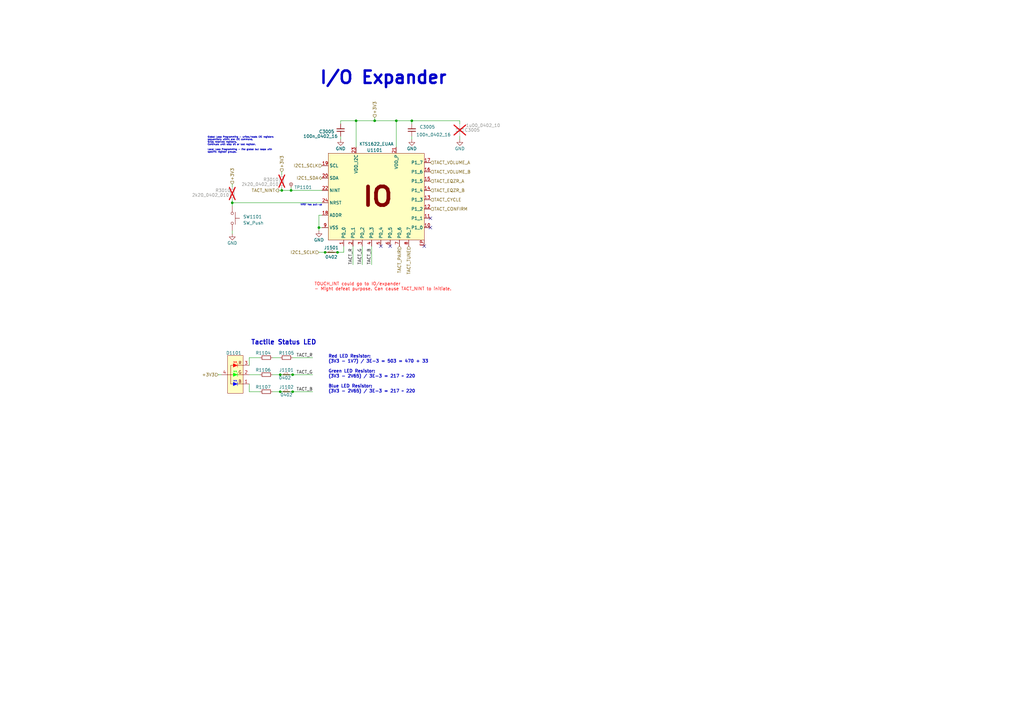
<source format=kicad_sch>
(kicad_sch (version 20230121) (generator eeschema)
  (paper "A3")
  (title_block (title "I/O Expander") (date "2023-08-07") (rev "1") (company "Beep Boop"))
  (lib_symbols
    (symbol "Beacon_Library:CUT_N_JUMP" (pin_numbers hide) (in_bom no)
      (property "Reference" "J" (at 0 -0.254 0))
      (property "Value" "0402" (at 0 -3.81 0))
      (symbol "CUT_N_JUMP_1_1"
        (polyline (pts (xy -1.27 -2.54) (xy 1.27 -2.54)) (stroke (width 0.381)))
        (polyline (pts (xy 0.508 -1.905) (xy 0.381 -1.651) (xy 0.508 -1.905) (xy 0.254 -2.032)) (stroke (width 0.0762)))
        (arc (start 0.508 -1.905) (mid -0.5086 -1.8651) (end -1.27 -2.54) (stroke (width 0.0762)))
        (pin passive line (at -2.54 -2.54 0) (length 1.27) (name "~") (number "1"))
        (pin passive line (at 2.54 -2.54 180) (length 1.27) (name "~") (number "2"))
      )
    )
    (symbol "Beacon_Library:KTS1622_EUAA"
      (property "Reference" "U" (at -5.715 -2.54 0))
      (property "Value" "KTS1622_EUAA" (at 30.48 -2.54 0))
      (symbol "KTS1622_EUAA_1_1"
        (rectangle (start -6.35 -3.81) (end 33.02 -39.37) (fill (type background)))
        (text "IO" (at 13.97 -21.59 0) (effects (font (size 7.62 7.62) bold)))
        (pin unspecified line (at 0 -41.91 90) (length 2.54) (name "P0_0") (number "1"))
        (pin unspecified line (at 35.56 -34.29 180) (length 2.54) (name "P1_0") (number "10"))
        (pin unspecified line (at 35.56 -30.48 180) (length 2.54) (name "P1_1") (number "11"))
        (pin unspecified line (at 35.56 -26.67 180) (length 2.54) (name "P1_2") (number "12"))
        (pin unspecified line (at 35.56 -22.86 180) (length 2.54) (name "P1_3") (number "13"))
        (pin unspecified line (at 35.56 -19.05 180) (length 2.54) (name "P1_4") (number "14"))
        (pin unspecified line (at 35.56 -15.24 180) (length 2.54) (name "P1_5") (number "15"))
        (pin unspecified line (at 35.56 -11.43 180) (length 2.54) (name "P1_6") (number "16"))
        (pin unspecified line (at 35.56 -7.62 180) (length 2.54) (name "P1_7") (number "17"))
        (pin input line (at -8.89 -29.21 0) (length 2.54) (name "ADDR") (number "18"))
        (pin input line (at -8.89 -8.89 0) (length 2.54) (name "SCL") (number "19"))
        (pin unspecified line (at 3.81 -41.91 90) (length 2.54) (name "P0_1") (number "2"))
        (pin bidirectional line (at -8.89 -13.97 0) (length 2.54) (name "SDA") (number "20"))
        (pin power_in line (at 21.59 -1.27 270) (length 2.54) (name "VDD_P") (number "21"))
        (pin output line (at -8.89 -19.05 0) (length 2.54) (name "NINT") (number "22"))
        (pin power_in line (at 5.08 -1.27 270) (length 2.54) (name "VDD_I2C") (number "23"))
        (pin input line (at -8.89 -24.13 0) (length 2.54) (name "NRST") (number "24"))
        (pin unspecified line (at 7.62 -41.91 90) (length 2.54) (name "P0_2") (number "3"))
        (pin unspecified line (at 11.43 -41.91 90) (length 2.54) (name "P0_3") (number "4"))
        (pin unspecified line (at 15.24 -41.91 90) (length 2.54) (name "P0_4") (number "5"))
        (pin unspecified line (at 19.05 -41.91 90) (length 2.54) (name "P0_5") (number "6"))
        (pin unspecified line (at 22.86 -41.91 90) (length 2.54) (name "P0_6") (number "7"))
        (pin unspecified line (at 26.67 -41.91 90) (length 2.54) (name "P0_7") (number "8"))
        (pin passive line (at -8.89 -34.29 0) (length 2.54) (name "VSS") (number "9"))
        (pin passive line (at 33.02 -41.91 90) (length 2.54) (name "") (number "EP"))
      )
    )
    (symbol "Beacon_Library:TESTPOINT" (pin_numbers hide) (in_bom no)
      (property "Reference" "TP" (at 0 0 0))
      (symbol "TESTPOINT_1_1"
        (circle (center 0 -1.905) (radius 0.635))
        (polyline (pts (xy -0.508 -2.286) (xy 0.508 -1.524)) (stroke (width 0.0254)))
        (polyline (pts (xy -0.508 -1.524) (xy 0.508 -2.286)) (stroke (width 0.0254)))
        (pin passive line (at 0 -3.175 90) (length 0.635) (name "~") (number "1"))
      )
    )
    (symbol "Beacon_Library:UHD1110"
      (property "Reference" "D" (at -0.508 -1.778 0))
      (property "Value" "UHD1110" (at 8.382 -1.778 0))
      (symbol "UHD1110_1_1"
        (polyline (pts (xy 5.334 -14.478) (xy 5.334 -16.002)) (stroke (width 0) (color 0 0 255 1)))
        (polyline (pts (xy 5.334 -10.668) (xy 5.334 -12.192)) (stroke (width 0) (color 0 255 0 1)))
        (polyline (pts (xy 5.334 -6.858) (xy 5.334 -8.382)) (stroke (width 0) (color 255 0 0 1)))
        (polyline (pts (xy 7.62 -15.24) (xy 5.334 -15.24)))
        (polyline (pts (xy 7.62 -11.43) (xy 5.334 -11.43)))
        (polyline (pts (xy 7.62 -7.62) (xy 5.334 -7.62)))
        (polyline (pts (xy 3.556 -14.478) (xy 3.556 -16.002) (xy 5.334 -15.24) (xy 3.556 -14.478)) (stroke (width 0.0508) (color 0 0 255 1)) (fill (type outline)))
        (polyline (pts (xy 3.556 -10.668) (xy 3.556 -12.192) (xy 5.334 -11.43) (xy 3.556 -10.668)) (stroke (width 0.0508) (color 0 255 0 1)) (fill (type outline)))
        (polyline (pts (xy 3.556 -6.858) (xy 3.556 -8.382) (xy 5.334 -7.62) (xy 3.556 -6.858)) (stroke (width 0.0508) (color 255 0 0 1)) (fill (type outline)))
        (polyline (pts (xy 4.318 -14.478) (xy 4.064 -13.97) (xy 3.81 -14.097) (xy 3.81 -13.589) (xy 4.318 -13.843) (xy 4.064 -13.97)) (stroke (width 0.0508) (color 0 0 255 1)) (fill (type outline)))
        (polyline (pts (xy 4.318 -10.668) (xy 4.064 -10.16) (xy 3.81 -10.287) (xy 3.81 -9.779) (xy 4.318 -10.033) (xy 4.064 -10.16)) (stroke (width 0.0508) (color 0 255 0 1)) (fill (type outline)))
        (polyline (pts (xy 4.318 -6.858) (xy 4.064 -6.35) (xy 3.81 -6.477) (xy 3.81 -5.969) (xy 4.318 -6.223) (xy 4.064 -6.35)) (stroke (width 0.0508) (color 255 0 0 1)) (fill (type outline)))
        (polyline (pts (xy 5.08 -14.478) (xy 4.826 -13.97) (xy 4.572 -14.097) (xy 4.572 -13.589) (xy 5.08 -13.843) (xy 4.826 -13.97)) (stroke (width 0.0508) (color 0 0 255 1)) (fill (type outline)))
        (polyline (pts (xy 5.08 -10.668) (xy 4.826 -10.16) (xy 4.572 -10.287) (xy 4.572 -9.779) (xy 5.08 -10.033) (xy 4.826 -10.16)) (stroke (width 0.0508) (color 0 255 0 1)) (fill (type outline)))
        (polyline (pts (xy 5.08 -6.858) (xy 4.826 -6.35) (xy 4.572 -6.477) (xy 4.572 -5.969) (xy 5.08 -6.223) (xy 4.826 -6.35)) (stroke (width 0.0508) (color 255 0 0 1)) (fill (type outline)))
        (polyline (pts (xy 1.27 -11.43) (xy 3.556 -11.43) (xy 2.54 -11.43) (xy 2.54 -7.62) (xy 3.556 -7.62) (xy 2.54 -7.62) (xy 2.54 -15.24) (xy 3.556 -15.24)))
        (rectangle (start 1.27 -3.556) (end 7.62 -19.05) (fill (type background)))
        (text "B" (at 6.35 -14.224 0) (effects (font (size 1.27 1.27))))
        (text "G" (at 6.35 -10.414 0) (effects (font (size 1.27 1.27))))
        (text "R" (at 6.35 -6.604 0) (effects (font (size 1.27 1.27))))
        (pin passive line (at 10.16 -15.24 180) (length 2.54) (name "") (number "1"))
        (pin passive line (at 10.16 -11.43 180) (length 2.54) (name "") (number "2"))
        (pin passive line (at 10.16 -7.62 180) (length 2.54) (name "") (number "3"))
        (pin passive line (at -1.27 -11.43 0) (length 2.54) (name "") (number "4"))
      )
    )
    (symbol "Device:C_Small" (pin_numbers hide) (pin_names (offset 0.254) hide)
      (property "Reference" "C" (at 0.254 1.778 0))
      (property "Value" "C_Small" (at 0.254 -2.032 0))
      (symbol "C_Small_0_1"
        (polyline (pts (xy -1.524 -0.508) (xy 1.524 -0.508)) (stroke (width 0.3302)))
        (polyline (pts (xy -1.524 0.508) (xy 1.524 0.508)) (stroke (width 0.3048)))
      )
      (symbol "C_Small_1_1"
        (pin passive line (at 0 2.54 270) (length 2.032) (name "~") (number "1"))
        (pin passive line (at 0 -2.54 90) (length 2.032) (name "~") (number "2"))
      )
    )
    (symbol "Device:R_Small" (pin_numbers hide) (pin_names (offset 0.254) hide)
      (property "Reference" "R" (at 0.762 0.508 0))
      (property "Value" "R_Small" (at 0.762 -1.016 0))
      (symbol "R_Small_0_1"
        (rectangle (start -0.762 1.778) (end 0.762 -1.778) (stroke (width 0.2032)))
      )
      (symbol "R_Small_1_1"
        (pin passive line (at 0 2.54 270) (length 0.762) (name "~") (number "1"))
        (pin passive line (at 0 -2.54 90) (length 0.762) (name "~") (number "2"))
      )
    )
    (symbol "Switch:SW_Push" (pin_numbers hide) (pin_names (offset 1.016) hide)
      (property "Reference" "SW" (at 1.27 2.54 0))
      (property "Value" "SW_Push" (at 0 -1.524 0))
      (symbol "SW_Push_0_1"
        (circle (center -2.032 0) (radius 0.508))
        (polyline (pts (xy 0 1.27) (xy 0 3.048)))
        (polyline (pts (xy 2.54 1.27) (xy -2.54 1.27)))
        (circle (center 2.032 0) (radius 0.508))
        (pin passive line (at -5.08 0 0) (length 2.54) (name "1") (number "1"))
        (pin passive line (at 5.08 0 180) (length 2.54) (name "2") (number "2"))
      )
    )
    (symbol "power:GND" (power) (pin_names (offset 0))
      (property "Value" "GND" (at 0 -3.81 0))
      (symbol "GND_0_1"
        (polyline (pts (xy 0 0) (xy 0 -1.27) (xy 1.27 -1.27) (xy 0 -2.54) (xy -1.27 -1.27) (xy 0 -1.27)))
      )
      (symbol "GND_1_1"
        (pin power_in line (at 0 0 270) (length 0) hide (name "GND") (number "1"))
      )
    )
  )
  (junction (at 168.91 49.53))
  (junction (at 130.81 93.345))
  (junction (at 119.38 78.105))
  (junction (at 114.935 153.67))
  (junction (at 114.935 160.655))
  (junction (at 162.56 49.53))
  (junction (at 95.25 83.185))
  (junction (at 120.015 160.655))
  (junction (at 115.57 78.105))
  (junction (at 153.67 49.53))
  (junction (at 120.015 153.67))
  (junction (at 146.05 49.53))
  (junction (at 138.43 103.505))
  (junction (at 133.35 103.505))
  (no_connect (at 176.53 89.535))
  (no_connect (at 156.21 100.965))
  (no_connect (at 173.99 100.965))
  (no_connect (at 160.02 100.965))
  (no_connect (at 176.53 93.345))
  (wire (pts (xy 132.08 88.265) (xy 130.81 88.265)))
  (wire (pts (xy 102.235 153.67) (xy 106.68 153.67)))
  (wire (pts (xy 95.25 75.565) (xy 95.25 76.835)))
  (wire (pts (xy 111.76 153.67) (xy 114.935 153.67)))
  (wire (pts (xy 188.595 55.88) (xy 188.595 57.15)))
  (wire (pts (xy 132.08 83.185) (xy 95.25 83.185)))
  (wire (pts (xy 133.35 103.505) (xy 138.43 103.505)))
  (wire (pts (xy 115.57 76.835) (xy 115.57 78.105)))
  (wire (pts (xy 139.7 49.53) (xy 139.7 50.8)))
  (wire (pts (xy 144.78 108.585) (xy 144.78 100.965)))
  (wire (pts (xy 111.76 146.685) (xy 114.935 146.685)))
  (wire (pts (xy 146.05 49.53) (xy 139.7 49.53)))
  (wire (pts (xy 148.59 108.585) (xy 148.59 100.965)))
  (wire (pts (xy 162.56 60.325) (xy 162.56 49.53)))
  (wire (pts (xy 188.595 49.53) (xy 168.91 49.53)))
  (wire (pts (xy 114.935 153.67) (xy 120.015 153.67)))
  (wire (pts (xy 89.535 153.67) (xy 90.805 153.67)))
  (wire (pts (xy 153.67 49.53) (xy 162.56 49.53)))
  (wire (pts (xy 102.235 146.685) (xy 106.68 146.685)))
  (wire (pts (xy 111.76 160.655) (xy 114.935 160.655)))
  (wire (pts (xy 130.81 94.615) (xy 130.81 93.345)))
  (wire (pts (xy 188.595 50.8) (xy 188.595 49.53)))
  (wire (pts (xy 120.015 153.67) (xy 128.27 153.67)))
  (wire (pts (xy 138.43 103.505) (xy 140.97 103.505)))
  (wire (pts (xy 120.015 160.655) (xy 128.27 160.655)))
  (wire (pts (xy 139.7 55.88) (xy 139.7 57.15)))
  (wire (pts (xy 120.015 146.685) (xy 128.27 146.685)))
  (wire (pts (xy 168.91 55.88) (xy 168.91 57.15)))
  (wire (pts (xy 95.25 81.915) (xy 95.25 83.185)))
  (wire (pts (xy 114.3 78.105) (xy 115.57 78.105)))
  (wire (pts (xy 95.25 83.185) (xy 95.25 84.455)))
  (wire (pts (xy 152.4 108.585) (xy 152.4 100.965)))
  (wire (pts (xy 119.38 78.105) (xy 132.08 78.105)))
  (wire (pts (xy 153.67 48.26) (xy 153.67 49.53)))
  (wire (pts (xy 130.81 88.265) (xy 130.81 93.345)))
  (wire (pts (xy 162.56 49.53) (xy 168.91 49.53)))
  (wire (pts (xy 130.81 93.345) (xy 132.08 93.345)))
  (wire (pts (xy 168.91 49.53) (xy 168.91 50.8)))
  (wire (pts (xy 119.38 76.835) (xy 119.38 78.105)))
  (wire (pts (xy 146.05 49.53) (xy 153.67 49.53)))
  (wire (pts (xy 115.57 70.485) (xy 115.57 71.755)))
  (wire (pts (xy 102.235 160.655) (xy 102.235 157.48)))
  (wire (pts (xy 95.25 94.615) (xy 95.25 95.885)))
  (wire (pts (xy 102.235 149.86) (xy 102.235 146.685)))
  (wire (pts (xy 114.935 160.655) (xy 120.015 160.655)))
  (wire (pts (xy 115.57 78.105) (xy 119.38 78.105)))
  (wire (pts (xy 146.05 60.325) (xy 146.05 49.53)))
  (wire (pts (xy 106.68 160.655) (xy 102.235 160.655)))
  (wire (pts (xy 130.81 103.505) (xy 133.35 103.505)))
  (wire (pts (xy 140.97 103.505) (xy 140.97 100.965)))
  (text "I/O Expander" (at 130.81 34.925 0) (effects (font (size 5.08 5.08) (thickness 1.016) bold) (justify left bottom)))
  (text "Red LED Resistor: \n(3V3 - 1V7) / 3E-3 = 503 = 470 + 33\n\nGreen LED Resistor: \n(3V3 - 2V65) / 3E-3 = 217 ~ 220\n\nBlue LED Resistor: \n(3V3 - 2V65) / 3E-3 = 217 ~ 220" (at 134.62 161.29 0) (effects (font (size 1.27 1.27) bold) (justify left bottom)))
  (text "Tactile Status LED\n" (at 102.87 141.605 0) (effects (font (size 1.905 1.905) (thickness 0.381) bold) (justify left bottom)))
  (text "NRST has pull-up" (at 123.19 84.455 0) (effects (font (size 0.635 0.635)) (justify left bottom)))
  (text "TOUCH_INT could go to IO/expander\n- Might defeat purpose. Can cause TACT_NINT to initiate." (at 128.905 119.38 0) (effects (font (size 1.27 1.27)) (justify left bottom)))
  (text "Global Loop Programming - writes/reads I2C registers\nsequentially within one I2C command.\nSkips reserved registers.\nContinues until stop bit or last register.\n\nLocal Loop Programming - like global but loops with \nspecific register groups.\n" (at 85.09 62.865 0) (effects (font (size 0.635 0.635)) (justify left bottom)))
  (label "TACT_B" (at 128.27 160.655 180) (property "Intersheetrefs" "${INTERSHEET_REFS}" (effects hide)))
  (label "TACT_R" (at 128.27 146.685 180) (property "Intersheetrefs" "${INTERSHEET_REFS}" (effects hide)))
  (label "TACT_G" (at 148.59 108.585 90) (property "Intersheetrefs" "${INTERSHEET_REFS}" (effects hide)))
  (label "TACT_B" (at 152.4 108.585 90) (property "Intersheetrefs" "${INTERSHEET_REFS}" (effects hide)))
  (label "TACT_G" (at 128.27 153.67 180) (property "Intersheetrefs" "${INTERSHEET_REFS}" (effects hide)))
  (label "TACT_R" (at 144.78 108.585 90) (property "Intersheetrefs" "${INTERSHEET_REFS}" (effects hide)))
  (hierarchical_label "TACT_EQZR_B" (shape input) (at 176.53 78.105 0) (property "Intersheetrefs" "${INTERSHEET_REFS}" (effects hide)))
  (hierarchical_label "I2C1_SCLK" (shape input) (at 130.81 103.505 180) (property "Intersheetrefs" "${INTERSHEET_REFS}" (effects hide)))
  (hierarchical_label "TACT_VOLUME_A" (shape input) (at 176.53 66.675 0) (property "Intersheetrefs" "${INTERSHEET_REFS}" (effects hide)))
  (hierarchical_label "TACT_CONFIRM" (shape input) (at 176.53 85.725 0) (property "Intersheetrefs" "${INTERSHEET_REFS}" (effects hide)))
  (hierarchical_label "TACT_EQZR_A" (shape input) (at 176.53 74.295 0) (property "Intersheetrefs" "${INTERSHEET_REFS}" (effects hide)))
  (hierarchical_label "TACT_PAIR" (shape input) (at 163.83 100.965 270) (property "Intersheetrefs" "${INTERSHEET_REFS}" (effects hide)))
  (hierarchical_label "TACT_NINT" (shape output) (at 114.3 78.105 180) (property "Intersheetrefs" "${INTERSHEET_REFS}" (effects hide)))
  (hierarchical_label "I2C1_SDA" (shape bidirectional) (at 132.08 73.025 180) (property "Intersheetrefs" "${INTERSHEET_REFS}" (effects hide)))
  (hierarchical_label "TACT_CYCLE" (shape input) (at 176.53 81.915 0) (property "Intersheetrefs" "${INTERSHEET_REFS}" (effects hide)))
  (hierarchical_label "+3V3" (shape input) (at 89.535 153.67 180))
  (hierarchical_label "TACT_TUNE" (shape input) (at 167.64 100.965 270) (property "Intersheetrefs" "${INTERSHEET_REFS}" (effects hide)))
  (hierarchical_label "I2C1_SCLK" (shape input) (at 132.08 67.945 180) (property "Intersheetrefs" "${INTERSHEET_REFS}" (effects hide)))
  (hierarchical_label "TACT_VOLUME_B" (shape input) (at 176.53 70.485 0) (property "Intersheetrefs" "${INTERSHEET_REFS}" (effects hide)))
  (hierarchical_label "+3V3" (shape input) (at 153.67 48.26 90))
  (hierarchical_label "+3V3" (shape input) (at 115.57 70.485 90))
  (hierarchical_label "+3V3" (shape input) (at 95.25 75.565 90))
  (symbol (lib_id "Device:C_Small") (at 168.91 53.34 180) (unit 1)
    (property "Reference" "C3005" (at 175.26 52.07 0))
    (property "Value" "100n_0402_16" (at 177.8 55.245 0))
    (property "Footprint" "Footprint_Library:0402_1005Metric_Handsolder" (effects hide))
    (instances (project "Tactile_Board" (path "" (reference "C3005") (unit 1)) (path "" (reference "C1102") (unit 1))) (project "Beacon" (path "" (reference "C16") (unit 1)) (path "" (reference "C49") (unit 1)) (path "" (reference "C53") (unit 1)) (path "" (reference "C14003") (unit 1))) (project "Beacon_Multiboard" (path "" (reference "C1502") (unit 1))))
  )
  (symbol (lib_id "power:GND") (at 168.91 57.15 0) (unit 1)
    (property "Reference" "#PWR03002" (effects hide))
    (property "Value" "GND" (at 168.91 60.96 0))
    (instances (project "Tactile_Board" (path "" (reference "#PWR03002") (unit 1)) (path "" (reference "#PWR01103") (unit 1))) (project "Beacon" (path "" (reference "#PWR086") (unit 1)) (path "" (reference "#PWR014002") (unit 1))) (project "Beacon_Multiboard" (path "" (reference "#PWR01502") (unit 1))))
  )
  (symbol (lib_id "power:GND") (at 95.25 95.885 0) (unit 1)
    (property "Reference" "#PWR03002" (effects hide))
    (property "Value" "GND" (at 95.25 99.695 0))
    (instances (project "Tactile_Board" (path "" (reference "#PWR03002") (unit 1)) (path "" (reference "#PWR01107") (unit 1))) (project "Beacon" (path "" (reference "#PWR086") (unit 1)) (path "" (reference "#PWR014002") (unit 1))) (project "Beacon_Multiboard" (path "" (reference "#PWR01505") (unit 1))))
  )
  (symbol (lib_id "Device:R_Small") (at 95.25 79.375 180) (unit 1) (dnp yes)
    (property "Reference" "R3010" (at 91.44 78.105 0))
    (property "Value" "2k20_0402_010" (at 86.36 80.01 0))
    (property "Footprint" "Footprint_Library:0402_1005Metric_Handsolder" (effects hide))
    (instances (project "Tactile_Board" (path "" (reference "R3010") (unit 1)) (path "" (reference "R1102") (unit 1))) (project "Beacon" (path "" (reference "R16") (unit 1)) (path "" (reference "R14001") (unit 1))) (project "Beacon_Multiboard" (path "" (reference "R1502") (unit 1))))
  )
  (symbol (lib_id "power:GND") (at 188.595 57.15 0) (unit 1)
    (property "Reference" "#PWR03002" (effects hide))
    (property "Value" "GND" (at 188.595 60.96 0))
    (instances (project "Tactile_Board" (path "" (reference "#PWR03002") (unit 1)) (path "" (reference "#PWR0104") (unit 1))) (project "Beacon" (path "" (reference "#PWR086") (unit 1)) (path "" (reference "#PWR014002") (unit 1))) (project "Beacon_Multiboard" (path "" (reference "#PWR01503") (unit 1))))
  )
  (symbol (lib_id "power:GND") (at 139.7 57.15 0) (unit 1)
    (property "Reference" "#PWR03002" (effects hide))
    (property "Value" "GND" (at 139.7 60.96 0))
    (instances (project "Tactile_Board" (path "" (reference "#PWR03002") (unit 1)) (path "" (reference "#PWR01102") (unit 1))) (project "Beacon" (path "" (reference "#PWR086") (unit 1)) (path "" (reference "#PWR014002") (unit 1))) (project "Beacon_Multiboard" (path "" (reference "#PWR01501") (unit 1))))
  )
  (symbol (lib_id "Beacon_Library:UHD1110") (at 92.075 142.24 0) (unit 1)
    (property "Reference" "D1101" (at 92.71 144.78 0) (effects (justify left)))
    (property "Value" "UHD1110" (effects hide))
    (property "Footprint" "Footprint_Library:UHD1110FKACL1A13r3q1BBQFMF3" (effects hide))
    (property "Datasheet" "https://www.mouser.com/ProductDetail/Cree-LED/UHD1110-FKA-CL1A13r3q1BBQFMF3?qs=sGAEpiMZZMusoohG2hS%252B168PbK3Wnfgf2lFl0mjTADbOub3pvQvbiw%3D%3D" (effects hide))
    (instances (project "Tactile_Board" (path "" (reference "D1101") (unit 1))) (project "Beacon" (path "" (reference "D3001") (unit 1))) (project "Beacon_Multiboard" (path "" (reference "D1501") (unit 1))))
  )
  (symbol (lib_id "Beacon_Library:CUT_N_JUMP") (at 117.475 158.115 0) (unit 1) (in_bom no)
    (property "Reference" "J1102" (at 117.475 158.75 0))
    (property "Value" "0402" (at 117.475 161.925 0))
    (property "Footprint" "Footprint_Library:0402_CUT-N-JUMP" (effects hide))
    (instances (project "Tactile_Board" (path "" (reference "J1102") (unit 1))) (project "Beacon" (path "" (reference "J3002") (unit 1))) (project "Beacon_Multiboard" (path "" (reference "J1503") (unit 1))))
  )
  (symbol (lib_id "power:GND") (at 130.81 94.615 0) (unit 1)
    (property "Reference" "#PWR03002" (effects hide))
    (property "Value" "GND" (at 130.81 98.425 0))
    (instances (project "Tactile_Board" (path "" (reference "#PWR03002") (unit 1)) (path "" (reference "#PWR01106") (unit 1))) (project "Beacon" (path "" (reference "#PWR086") (unit 1)) (path "" (reference "#PWR014002") (unit 1))) (project "Beacon_Multiboard" (path "" (reference "#PWR01504") (unit 1))))
  )
  (symbol (lib_id "Device:R_Small") (at 109.22 153.67 270) (unit 1)
    (property "Reference" "R1106" (at 107.95 151.765 90))
    (property "Value" "0220_0402_010" (effects hide))
    (property "Footprint" "Footprint_Library:0402_1005Metric_Handsolder" (effects hide))
    (instances (project "Tactile_Board" (path "" (reference "R1106") (unit 1))) (project "Beacon" (path "" (reference "R15") (unit 1)) (path "" (reference "R3007") (unit 1))) (project "Beacon_Multiboard" (path "" (reference "R1505") (unit 1))))
  )
  (symbol (lib_id "Beacon_Library:CUT_N_JUMP") (at 135.89 100.965 0) (unit 1) (in_bom no)
    (property "Reference" "J1501" (at 135.89 101.6 0))
    (property "Value" "0402" (at 135.89 105.41 0))
    (property "Footprint" "Footprint_Library:0402_CUT-N-JUMP" (effects hide))
  )
  (symbol (lib_id "Beacon_Library:CUT_N_JUMP") (at 117.475 151.13 0) (unit 1) (in_bom no)
    (property "Reference" "J1101" (at 117.475 151.765 0))
    (property "Value" "0402" (at 116.84 154.94 0))
    (property "Footprint" "Footprint_Library:0402_CUT-N-JUMP" (effects hide))
    (instances (project "Tactile_Board" (path "" (reference "J1101") (unit 1))) (project "Beacon" (path "" (reference "J3001") (unit 1))) (project "Beacon_Multiboard" (path "" (reference "J1502") (unit 1))))
  )
  (symbol (lib_id "Device:R_Small") (at 117.475 146.685 270) (unit 1)
    (property "Reference" "R1105" (at 117.475 144.78 90))
    (property "Value" "0033_0402_010" (effects hide))
    (property "Footprint" "Footprint_Library:0402_1005Metric_Handsolder" (effects hide))
    (instances (project "Tactile_Board" (path "" (reference "R1105") (unit 1))) (project "Beacon" (path "" (reference "R15") (unit 1)) (path "" (reference "R3009") (unit 1))) (project "Beacon_Multiboard" (path "" (reference "R1504") (unit 1))))
  )
  (symbol (lib_id "Device:R_Small") (at 115.57 74.295 180) (unit 1) (dnp yes)
    (property "Reference" "R3010" (at 111.125 73.66 0))
    (property "Value" "2k20_0402_010" (at 106.68 75.565 0))
    (property "Footprint" "Footprint_Library:0402_1005Metric_Handsolder" (effects hide))
    (instances (project "Tactile_Board" (path "" (reference "R3010") (unit 1)) (path "" (reference "R1101") (unit 1))) (project "Beacon" (path "" (reference "R16") (unit 1)) (path "" (reference "R14001") (unit 1))) (project "Beacon_Multiboard" (path "" (reference "R1501") (unit 1))))
  )
  (symbol (lib_id "Device:C_Small") (at 139.7 53.34 180) (unit 1)
    (property "Reference" "C3005" (at 133.985 53.975 0))
    (property "Value" "100n_0402_16" (at 131.445 55.88 0))
    (property "Footprint" "Footprint_Library:0402_1005Metric_Handsolder" (effects hide))
    (instances (project "Tactile_Board" (path "" (reference "C3005") (unit 1)) (path "" (reference "C1101") (unit 1))) (project "Beacon" (path "" (reference "C16") (unit 1)) (path "" (reference "C49") (unit 1)) (path "" (reference "C53") (unit 1)) (path "" (reference "C14003") (unit 1))) (project "Beacon_Multiboard" (path "" (reference "C1501") (unit 1))))
  )
  (symbol (lib_id "Device:R_Small") (at 109.22 160.655 270) (unit 1)
    (property "Reference" "R1107" (at 107.95 158.75 90))
    (property "Value" "0220_0402_010" (effects hide))
    (property "Footprint" "Footprint_Library:0402_1005Metric_Handsolder" (effects hide))
    (instances (project "Tactile_Board" (path "" (reference "R1107") (unit 1))) (project "Beacon" (path "" (reference "R15") (unit 1)) (path "" (reference "R3008") (unit 1))) (project "Beacon_Multiboard" (path "" (reference "R1506") (unit 1))))
  )
  (symbol (lib_id "Device:R_Small") (at 109.22 146.685 270) (unit 1)
    (property "Reference" "R1104" (at 107.95 144.78 90))
    (property "Value" "0470_0402_010" (effects hide))
    (property "Footprint" "Footprint_Library:0402_1005Metric_Handsolder" (effects hide))
    (instances (project "Tactile_Board" (path "" (reference "R1104") (unit 1))) (project "Beacon" (path "" (reference "R15") (unit 1)) (path "" (reference "R3006") (unit 1))) (project "Beacon_Multiboard" (path "" (reference "R1503") (unit 1))))
  )
  (symbol (lib_id "Beacon_Library:KTS1622_EUAA") (at 140.97 59.055 0) (unit 1)
    (property "Reference" "U1101" (at 150.495 61.595 0) (effects (justify left)))
    (property "Value" "KTS1622_EUAA" (at 147.32 59.055 0) (effects (justify left)))
    (property "Footprint" "Footprint_Library:TQFN44-24_4x4mm_P0.5mm_EP2.7x2.7mm" (effects hide))
    (property "Datasheet" "https://www.mouser.com/ProductDetail/Kinetic-Technologies/KTS1622EUAA-TR?qs=Li%252BoUPsLEntEzhZXQXy6Rw%3D%3D" (effects hide))
    (instances (project "Tactile_Board" (path "" (reference "U1101") (unit 1))) (project "Beacon_Multiboard" (path "" (reference "U1501") (unit 1))))
  )
  (symbol (lib_id "Device:C_Small") (at 188.595 53.34 180) (unit 1) (dnp yes)
    (property "Reference" "C3005" (at 193.675 53.34 0))
    (property "Value" "1u00_0402_10" (at 198.12 51.435 0))
    (property "Footprint" "Footprint_Library:0402_1005Metric_Handsolder" (effects hide))
    (instances (project "Tactile_Board" (path "" (reference "C3005") (unit 1)) (path "" (reference "C102") (unit 1)) (path "" (reference "C101") (unit 1))) (project "Beacon" (path "" (reference "C16") (unit 1)) (path "" (reference "C49") (unit 1)) (path "" (reference "C53") (unit 1)) (path "" (reference "C14003") (unit 1))) (project "Beacon_Multiboard" (path "" (reference "C1503") (unit 1))))
  )
  (symbol (lib_id "Switch:SW_Push") (at 95.25 89.535 270) (unit 1)
    (property "Reference" "SW1101" (at 99.695 88.9 90) (effects (justify left)))
    (property "Value" "SW_Push" (at 99.695 91.44 90) (effects (justify left)))
    (property "Footprint" "Footprint_Library:SW_PUSH_6mm" (effects hide))
    (property "Datasheet" "https://www.mouser.com/ProductDetail/CUI-Devices/TS02-66-55-BK-100-LCR-D?qs=sGAEpiMZZMtFyPk3yBMYYEiKb8%2FddSTsAadq%252B8%252BhMMU%3D" (effects hide))
    (instances (project "Tactile_Board" (path "" (reference "SW1101") (unit 1))) (project "Beacon" (path "" (reference "SW3") (unit 1)) (path "" (reference "SW3002") (unit 1))) (project "Beacon_Multiboard" (path "" (reference "SW1501") (unit 1))))
  )
  (symbol (lib_id "Beacon_Library:TESTPOINT") (at 119.38 73.66 0) (unit 1) (in_bom no)
    (property "Reference" "TP1101" (at 120.65 76.835 0) (effects (justify left)))
    (property "Value" "TACT_NINT" (effects hide))
    (property "Footprint" "Footprint_Library:Testpoint_Pad_D1.0mm" (effects hide))
    (instances (project "Tactile_Board" (path "" (reference "TP1101") (unit 1))) (project "Beacon_Multiboard" (path "" (reference "TP1501") (unit 1))))
  )
)
</source>
